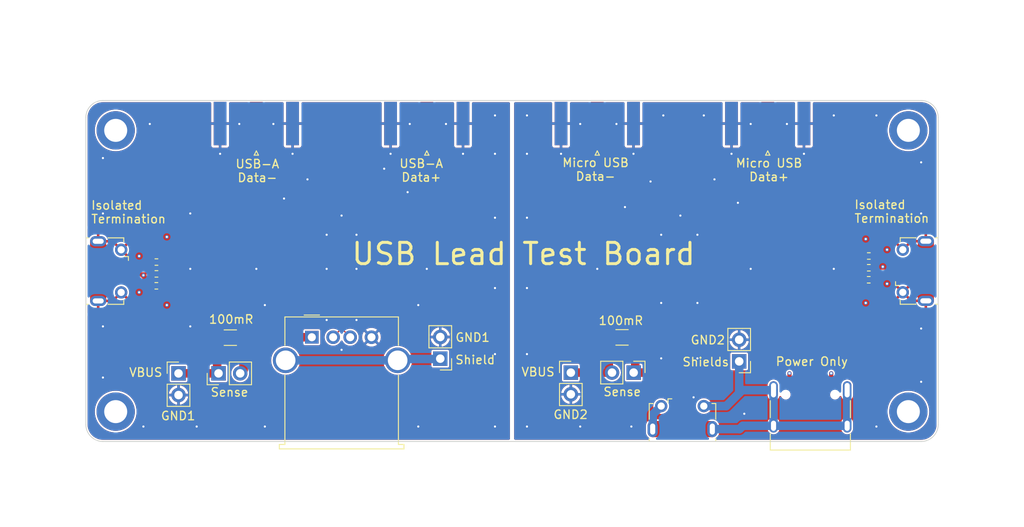
<source format=kicad_pcb>
(kicad_pcb (version 20211014) (generator pcbnew)
  (layers (0 "F.Cu" signal) (1 "In1.Cu" power) (2 "In2.Cu" power) (31 "B.Cu" signal) (34 "B.Paste" user) (35 "F.Paste" user) (36 "B.SilkS" user "B.Silkscreen") (37 "F.SilkS" user "F.Silkscreen") (38 "B.Mask" user) (39 "F.Mask" user) (44 "Edge.Cuts" user))
  (net 0 "")
  (net 1 "/VBUS_IN")
  (net 2 "/VBUS_OUT")
  (net 3 "/DIN_N")
  (net 4 "/DIN_P")
  (net 5 "/DOUT_N")
  (net 6 "/DOUT_P")
  (net 7 "/D90R_N")
  (net 8 "/D90R_P")
  (net 9 "/D90R_ID")
  (net 10 "/D0R_N")
  (net 11 "/D0R_P")
  (net 12 "/D0R_ID")
  (net 13 "Net-(J1-Pad1)")
  (net 14 "Net-(J2-Pad2)")
  (net 25 "GND2")
  (net 26 "GND1")
  (net 27 "Net-(J10-Pad1)")
  (net 28 "Net-(J11-Pad1)")
  (net 30 "/90R_GND")
  (net 31 "/0R_GND")
  (footprint "Connector_PinHeader_2.54mm:PinHeader_1x02_P2.54mm_Vertical" (layer "F.Cu") (at 105.565 122.01 90)
    (fp_text reference "J1" hide)
    (fp_text value "Conn_01x02" hide)
    (fp_line (start -1.33 1.27) (end 1.33 1.27) (layer "F.SilkS") (width 0.12))
    (fp_line (start -1.33 -1.33) (end 0 -1.33) (layer "F.SilkS") (width 0.12))
    (fp_line (start -1.33 0) (end -1.33 -1.33) (layer "F.SilkS") (width 0.12))
    (fp_line (start 1.33 1.27) (end 1.33 3.87) (layer "F.SilkS") (width 0.12))
    (fp_line (start -1.33 3.87) (end 1.33 3.87) (layer "F.SilkS") (width 0.12))
    (fp_line (start -1.33 1.27) (end -1.33 3.87) (layer "F.SilkS") (width 0.12))
    (pad "1" thru_hole rect (at 0 0 90) (size 1.7 1.7) (drill 1) (layers *.Cu *.Mask) (net 13 "Net-(J1-Pad1)"))
    (pad "2" thru_hole oval (at 0 2.54 90) (size 1.7 1.7) (drill 1) (layers *.Cu *.Mask) (net 1 "/VBUS_IN"))
  )
  (footprint "MountingHole:MountingHole_2.7mm_M2.5_ISO7380_Pad_TopBottom" (layer "F.Cu") (at 93.5 126.5)
    (fp_text reference "H2" hide)
    (fp_text value "MountingHole" hide)
    (pad "1" connect circle (at 0 0) (size 4.5 4.5) (layers "F.Cu" "F.Mask"))
    (pad "1" thru_hole circle (at 0 0) (size 3.1 3.1) (drill 2.7) (layers *.Cu *.Mask))
    (pad "1" connect circle (at 0 0) (size 4.5 4.5) (layers "B.Cu" "B.Mask"))
  )
  (footprint "Connector_PinHeader_2.54mm:PinHeader_1x02_P2.54mm_Vertical" (layer "F.Cu") (at 100.87 122.015)
    (fp_text reference "J4" hide)
    (fp_text value "Conn_01x02" hide)
    (fp_line (start 1.33 1.27) (end 1.33 3.87) (layer "F.SilkS") (width 0.12))
    (fp_line (start -1.33 1.27) (end -1.33 3.87) (layer "F.SilkS") (width 0.12))
    (fp_line (start -1.33 -1.33) (end 0 -1.33) (layer "F.SilkS") (width 0.12))
    (fp_line (start -1.33 3.87) (end 1.33 3.87) (layer "F.SilkS") (width 0.12))
    (fp_line (start -1.33 0) (end -1.33 -1.33) (layer "F.SilkS") (width 0.12))
    (fp_line (start -1.33 1.27) (end 1.33 1.27) (layer "F.SilkS") (width 0.12))
    (pad "1" thru_hole rect (at 0 0) (size 1.7 1.7) (drill 1) (layers *.Cu *.Mask) (net 13 "Net-(J1-Pad1)"))
    (pad "2" thru_hole oval (at 0 2.54) (size 1.7 1.7) (drill 1) (layers *.Cu *.Mask) (net 26 "GND1"))
  )
  (footprint "Connector_Coaxial:SMA_Amphenol_132289_EdgeMount" (layer "F.Cu") (at 170 92.7 90)
    (fp_text reference "J8" hide)
    (fp_text value "USB_D+_OUT" hide)
    (fp_line (start -3.71 -0.25) (end -3.71 0.25) (layer "F.SilkS") (width 0.12))
    (fp_line (start -3.71 0.25) (end -3.21 0) (layer "F.SilkS") (width 0.12))
    (fp_line (start -3.21 0) (end -3.71 -0.25) (layer "F.SilkS") (width 0.12))
    (pad "1" smd rect (at 0 0 180) (size 1.5 5.08) (layers "F.Cu" "F.Paste" "F.Mask") (net 6 "/DOUT_P"))
    (pad "2" smd rect (at 0 -4.25 180) (size 1.5 5.08) (layers "B.Cu" "B.Paste" "B.Mask") (net 25 "GND2"))
    (pad "2" smd rect (at 0 -4.25 180) (size 1.5 5.08) (layers "F.Cu" "F.Paste" "F.Mask") (net 25 "GND2"))
    (pad "2" smd rect (at 0 4.25 180) (size 1.5 5.08) (layers "F.Cu" "F.Paste" "F.Mask") (net 25 "GND2"))
    (pad "2" smd rect (at 0 4.25 180) (size 1.5 5.08) (layers "B.Cu" "B.Paste" "B.Mask") (net 25 "GND2"))
  )
  (footprint "Connector_USB:USB_Micro-B_Molex-105017-0001" (layer "F.Cu") (at 92.68 110.01 -90)
    (fp_text reference "J15" hide)
    (fp_text value "USB_B_Mini" hide)
    (fp_line (start -3.9 -1.7625) (end -3.45 -1.7625) (layer "F.SilkS") (width 0.12))
    (fp_line (start -3.9 0.0875) (end -3.9 -1.7625) (layer "F.SilkS") (width 0.12))
    (fp_line (start 3.9 2.6375) (end 3.9 2.3875) (layer "F.SilkS") (width 0.12))
    (fp_line (start -1.7 -2.3125) (end -1.7 -1.8625) (layer "F.SilkS") (width 0.12))
    (fp_line (start -1.7 -2.3125) (end -1.25 -2.3125) (layer "F.SilkS") (width 0.12))
    (fp_line (start 3.9 0.0875) (end 3.9 -1.7625) (layer "F.SilkS") (width 0.12))
    (fp_line (start -3.9 2.6375) (end -3.9 2.3875) (layer "F.SilkS") (width 0.12))
    (fp_line (start 3.9 -1.7625) (end 3.45 -1.7625) (layer "F.SilkS") (width 0.12))
    (pad "1" smd rect (at -1.3 -1.4625 270) (size 0.4 1.35) (layers "F.Cu" "F.Paste" "F.Mask"))
    (pad "2" smd rect (at -0.65 -1.4625 270) (size 0.4 1.35) (layers "F.Cu" "F.Paste" "F.Mask") (net 7 "/D90R_N"))
    (pad "3" smd rect (at 0 -1.4625 270) (size 0.4 1.35) (layers "F.Cu" "F.Paste" "F.Mask") (net 8 "/D90R_P"))
    (pad "4" smd rect (at 0.65 -1.4625 270) (size 0.4 1.35) (layers "F.Cu" "F.Paste" "F.Mask") (net 9 "/D90R_ID"))
    (pad "5" smd rect (at 1.3 -1.4625 270) (size 0.4 1.35) (layers "F.Cu" "F.Paste" "F.Mask") (net 30 "/90R_GND"))
    (pad "6" smd rect (at 1 1.2375 270) (size 1.5 1.9) (layers "F.Cu" "F.Paste" "F.Mask") (net 30 "/90R_GND"))
    (pad "6" smd rect (at 2.9 1.2375 270) (size 1.2 1.9) (layers "F.Cu" "F.Mask") (net 30 "/90R_GND"))
    (pad "6" thru_hole oval (at -3.5 1.2375 90) (size 1.2 1.9) (drill oval 0.6 1.3) (layers *.Cu *.Mask) (net 30 "/90R_GND"))
    (pad "6" smd rect (at -2.9 1.2375 270) (size 1.2 1.9) (layers "F.Cu" "F.Mask") (net 30 "/90R_GND"))
    (pad "6" thru_hole circle (at 2.5 -1.4625 270) (size 1.45 1.45) (drill 0.85) (layers *.Cu *.Mask) (net 30 "/90R_GND"))
    (pad "6" thru_hole circle (at -2.5 -1.4625 270) (size 1.45 1.45) (drill 0.85) (layers *.Cu *.Mask) (net 30 "/90R_GND"))
    (pad "6" thru_hole oval (at 3.5 1.2375 270) (size 1.2 1.9) (drill oval 0.6 1.3) (layers *.Cu *.Mask) (net 30 "/90R_GND"))
    (pad "6" smd rect (at -1 1.2375 270) (size 1.5 1.9) (layers "F.Cu" "F.Paste" "F.Mask") (net 30 "/90R_GND"))
  )
  (footprint "Connector_USB:USB_A_Molex_67643_Horizontal" (layer "F.Cu") (at 116.51 117.77)
    (fp_text reference "J6" hide)
    (fp_text value "USB_A" hide)
    (fp_line (start -0.9 -2.6) (end 0.9 -2.6) (layer "F.SilkS") (width 0.12))
    (fp_line (start 10.16 4.47) (end 10.16 12.58) (layer "F.SilkS") (width 0.12))
    (fp_line (start -3.16 -2.38) (end 10.16 -2.38) (layer "F.SilkS") (width 0.12))
    (fp_line (start -3.16 -2.38) (end -3.16 0.95) (layer "F.SilkS") (width 0.12))
    (fp_line (start -3.81 12.58) (end -3.81 13.1) (layer "F.SilkS") (width 0.12))
    (fp_line (start 10.81 13.1) (end 10.81 12.58) (layer "F.SilkS") (width 0.12))
    (fp_line (start -3.16 12.58) (end -3.16 4.47) (layer "F.SilkS") (width 0.12))
    (fp_line (start 10.81 12.58) (end 10.16 12.58) (layer "F.SilkS") (width 0.12))
    (fp_line (start -3.16 12.58) (end -3.81 12.58) (layer "F.SilkS") (width 0.12))
    (fp_line (start 10.16 -2.38) (end 10.16 0.95) (layer "F.SilkS") (width 0.12))
    (fp_line (start -3.81 13.1) (end 10.81 13.1) (layer "F.SilkS") (width 0.12))
    (pad "1" thru_hole rect (at 0 0) (size 1.6 1.5) (drill 0.95) (layers *.Cu *.Mask) (net 1 "/VBUS_IN"))
    (pad "2" thru_hole circle (at 2.5 0) (size 1.6 1.6) (drill 0.95) (layers *.Cu *.Mask) (net 3 "/DIN_N"))
    (pad "3" thru_hole circle (at 4.5 0) (size 1.6 1.6) (drill 0.95) (layers *.Cu *.Mask) (net 4 "/DIN_P"))
    (pad "4" thru_hole circle (at 7 0) (size 1.6 1.6) (drill 0.95) (layers *.Cu *.Mask) (net 26 "GND1"))
    (pad "5" thru_hole circle (at -3.07 2.71) (size 3 3) (drill 2.3) (layers *.Cu *.Mask) (net 27 "Net-(J10-Pad1)"))
    (pad "5" thru_hole circle (at 10.07 2.71) (size 3 3) (drill 2.3) (layers *.Cu *.Mask) (net 27 "Net-(J10-Pad1)"))
  )
  (footprint "Connector_USB:USB_C_Receptacle_HRO_TYPE-C-31-M-12" (layer "F.Cu") (at 175 127.11)
    (fp_text reference "J9" hide)
    (fp_text value "USB_C_Receptacle_USB2.0" hide)
    (fp_line (start -4.7 2) (end -4.7 3.9) (layer "F.SilkS") (width 0.12))
    (fp_line (start 4.7 2) (end 4.7 3.9) (layer "F.SilkS") (width 0.12))
    (fp_line (start -4.7 -1.9) (end -4.7 0.1) (layer "F.SilkS") (width 0.12))
    (fp_line (start -4.7 3.9) (end 4.7 3.9) (layer "F.SilkS") (width 0.12))
    (fp_line (start 4.7 -1.9) (end 4.7 0.1) (layer "F.SilkS") (width 0.12))
    (pad "" np_thru_hole circle (at 2.89 -2.6) (size 0.65 0.65) (drill 0.65) (layers *.Cu *.Mask))
    (pad "" np_thru_hole circle (at -2.89 -2.6) (size 0.65 0.65) (drill 0.65) (layers *.Cu *.Mask))
    (pad "A1" smd rect (at -3.25 -4.045) (size 0.6 1.45) (layers "F.Cu" "F.Paste" "F.Mask") (net 25 "GND2"))
    (pad "A4" smd rect (at -2.45 -4.045) (size 0.6 1.45) (layers "F.Cu" "F.Paste" "F.Mask") (net 2 "/VBUS_OUT"))
    (pad "A5" smd rect (at -1.25 -4.045) (size 0.3 1.45) (layers "F.Cu" "F.Paste" "F.Mask"))
    (pad "A6" smd rect (at -0.25 -4.045) (size 0.3 1.45) (layers "F.Cu" "F.Paste" "F.Mask"))
    (pad "A7" smd rect (at 0.25 -4.045) (size 0.3 1.45) (layers "F.Cu" "F.Paste" "F.Mask"))
    (pad "A8" smd rect (at 1.25 -4.045) (size 0.3 1.45) (layers "F.Cu" "F.Paste" "F.Mask"))
    (pad "A9" smd rect (at 2.45 -4.045) (size 0.6 1.45) (layers "F.Cu" "F.Paste" "F.Mask") (net 2 "/VBUS_OUT"))
    (pad "A12" smd rect (at 3.25 -4.045) (size 0.6 1.45) (layers "F.Cu" "F.Paste" "F.Mask") (net 25 "GND2"))
    (pad "B1" smd rect (at 3.25 -4.045) (size 0.6 1.45) (layers "F.Cu" "F.Paste" "F.Mask") (net 25 "GND2"))
    (pad "B4" smd rect (at 2.45 -4.045) (size 0.6 1.45) (layers "F.Cu" "F.Paste" "F.Mask") (net 2 "/VBUS_OUT"))
    (pad "B5" smd rect (at 1.75 -4.045) (size 0.3 1.45) (layers "F.Cu" "F.Paste" "F.Mask"))
    (pad "B6" smd rect (at 0.75 -4.045) (size 0.3 1.45) (layers "F.Cu" "F.Paste" "F.Mask"))
    (pad "B7" smd rect (at -0.75 -4.045) (size 0.3 1.45) (layers "F.Cu" "F.Paste" "F.Mask"))
    (pad "B8" smd rect (at -1.75 -4.045) (size 0.3 1.45) (layers "F.Cu" "F.Paste" "F.Mask"))
    (pad "B9" smd rect (at -2.45 -4.045) (size 0.6 1.45) (layers "F.Cu" "F.Paste" "F.Mask") (net 2 "/VBUS_OUT"))
    (pad "B12" smd rect (at -3.25 -4.045) (size 0.6 1.45) (layers "F.Cu" "F.Paste" "F.Mask") (net 25 "GND2"))
    (pad "S1" thru_hole oval (at 4.32 -3.13) (size 1 2.1) (drill oval 0.6 1.7) (layers *.Cu *.Mask) (net 28 "Net-(J11-Pad1)"))
    (pad "S1" thru_hole oval (at -4.32 1.05) (size 1 1.6) (drill oval 0.6 1.2) (layers *.Cu *.Mask) (net 28 "Net-(J11-Pad1)"))
    (pad "S1" thru_hole oval (at 4.32 1.05) (size 1 1.6) (drill oval 0.6 1.2) (layers *.Cu *.Mask) (net 28 "Net-(J11-Pad1)"))
    (pad "S1" thru_hole oval (at -4.32 -3.13) (size 1 2.1) (drill oval 0.6 1.7) (layers *.Cu *.Mask) (net 28 "Net-(J11-Pad1)"))
  )
  (footprint "Resistor_SMD:R_0402_1005Metric_Pad0.72x0.64mm_HandSolder" (layer "F.Cu") (at 98.28 110.34)
    (fp_text reference "R3" hide)
    (fp_text value "90R" hide)
    (fp_line (start -0.167621 0.38) (end 0.167621 0.38) (layer "F.SilkS") (width 0.12))
    (fp_line (start -0.167621 -0.38) (end 0.167621 -0.38) (layer "F.SilkS") (width 0.12))
    (pad "1" smd roundrect (at -0.5975 0) (size 0.715 0.64) (layers "F.Cu" "F.Paste" "F.Mask") (net 8 "/D90R_P"))
    (pad "2" smd roundrect (at 0.5975 0) (size 0.715 0.64) (layers "F.Cu" "F.Paste" "F.Mask") (net 30 "/90R_GND"))
  )
  (footprint "Resistor_SMD:R_0402_1005Metric_Pad0.72x0.64mm_HandSolder" (layer "F.Cu") (at 181.85 111.03 180)
    (fp_text reference "R7" hide)
    (fp_text value "0R" hide)
    (fp_line (start -0.167621 -0.38) (end 0.167621 -0.38) (layer "F.SilkS") (width 0.12))
    (fp_line (start -0.167621 0.38) (end 0.167621 0.38) (layer "F.SilkS") (width 0.12))
    (pad "1" smd roundrect (at -0.5975 0 180) (size 0.715 0.64) (layers "F.Cu" "F.Paste" "F.Mask") (net 10 "/D0R_N"))
    (pad "2" smd roundrect (at 0.5975 0 180) (size 0.715 0.64) (layers "F.Cu" "F.Paste" "F.Mask") (net 31 "/0R_GND"))
  )
  (footprint "Connector_USB:USB_Micro-B_Molex-105017-0001" (layer "F.Cu") (at 160 127.31)
    (fp_text reference "J7" hide)
    (fp_text value "USB_B_Mini" hide)
    (fp_line (start -1.7 -2.3125) (end -1.7 -1.8625) (layer "F.SilkS") (width 0.12))
    (fp_line (start -1.7 -2.3125) (end -1.25 -2.3125) (layer "F.SilkS") (width 0.12))
    (fp_line (start -3.9 2.6375) (end -3.9 2.3875) (layer "F.SilkS") (width 0.12))
    (fp_line (start 3.9 0.0875) (end 3.9 -1.7625) (layer "F.SilkS") (width 0.12))
    (fp_line (start -3.9 0.0875) (end -3.9 -1.7625) (layer "F.SilkS") (width 0.12))
    (fp_line (start 3.9 -1.7625) (end 3.45 -1.7625) (layer "F.SilkS") (width 0.12))
    (fp_line (start 3.9 2.6375) (end 3.9 2.3875) (layer "F.SilkS") (width 0.12))
    (fp_line (start -3.9 -1.7625) (end -3.45 -1.7625) (layer "F.SilkS") (width 0.12))
    (pad "1" smd rect (at -1.3 -1.4625) (size 0.4 1.35) (layers "F.Cu" "F.Paste" "F.Mask") (net 2 "/VBUS_OUT"))
    (pad "2" smd rect (at -0.65 -1.4625) (size 0.4 1.35) (layers "F.Cu" "F.Paste" "F.Mask") (net 5 "/DOUT_N"))
    (pad "3" smd rect (at 0 -1.4625) (size 0.4 1.35) (layers "F.Cu" "F.Paste" "F.Mask") (net 6 "/DOUT_P"))
    (pad "4" smd rect (at 0.65 -1.4625) (size 0.4 1.35) (layers "F.Cu" "F.Paste" "F.Mask"))
    (pad "5" smd rect (at 1.3 -1.4625) (size 0.4 1.35) (layers "F.Cu" "F.Paste" "F.Mask") (net 25 "GND2"))
    (pad "6" thru_hole circle (at -2.5 -1.4625) (size 1.45 1.45) (drill 0.85) (layers *.Cu *.Mask) (net 28 "Net-(J11-Pad1)"))
    (pad "6" thru_hole circle (at 2.5 -1.4625) (size 1.45 1.45) (drill 0.85) (layers *.Cu *.Mask) (net 28 "Net-(J11-Pad1)"))
    (pad "6" smd rect (at -1 1.2375) (size 1.5 1.9) (layers "F.Cu" "F.Paste" "F.Mask") (net 28 "Net-(J11-Pad1)"))
    (pad "6" thru_hole oval (at 3.5 1.2375) (size 1.2 1.9) (drill oval 0.6 1.3) (layers *.Cu *.Mask) (net 28 "Net-(J11-Pad1)"))
    (pad "6" thru_hole oval (at -3.5 1.2375 180) (size 1.2 1.9) (drill oval 0.6 1.3) (layers *.Cu *.Mask) (net 28 "Net-(J11-Pad1)"))
    (pad "6" smd rect (at 2.9 1.2375) (size 1.2 1.9) (layers "F.Cu" "F.Mask") (net 28 "Net-(J11-Pad1)"))
    (pad "6" smd rect (at -2.9 1.2375) (size 1.2 1.9) (layers "F.Cu" "F.Mask") (net 28 "Net-(J11-Pad1)"))
    (pad "6" smd rect (at 1 1.2375) (size 1.5 1.9) (layers "F.Cu" "F.Paste" "F.Mask") (net 28 "Net-(J11-Pad1)"))
  )
  (footprint "Connector_PinHeader_2.54mm:PinHeader_1x02_P2.54mm_Vertical" (layer "F.Cu") (at 146.9 121.925)
    (fp_text reference "J3" hide)
    (fp_text value "Conn_01x02" hide)
    (fp_line (start -1.33 1.27) (end 1.33 1.27) (layer "F.SilkS") (width 0.12))
    (fp_line (start -1.33 0) (end -1.33 -1.33) (layer "F.SilkS") (width 0.12))
    (fp_line (start -1.33 1.27) (end -1.33 3.87) (layer "F.SilkS") (width 0.12))
    (fp_line (start -1.33 3.87) (end 1.33 3.87) (layer "F.SilkS") (width 0.12))
    (fp_line (start 1.33 1.27) (end 1.33 3.87) (layer "F.SilkS") (width 0.12))
    (fp_line (start -1.33 -1.33) (end 0 -1.33) (layer "F.SilkS") (width 0.12))
    (pad "1" thru_hole rect (at 0 0) (size 1.7 1.7) (drill 1) (layers *.Cu *.Mask) (net 14 "Net-(J2-Pad2)"))
    (pad "2" thru_hole oval (at 0 2.54) (size 1.7 1.7) (drill 1) (layers *.Cu *.Mask) (net 25 "GND2"))
  )
  (footprint "MountingHole:MountingHole_2.7mm_M2.5_ISO7380_Pad_TopBottom" (layer "F.Cu") (at 186.5 126.5)
    (fp_text reference "H4" hide)
    (fp_text value "MountingHole" hide)
    (pad "1" connect circle (at 0 0) (size 4.5 4.5) (layers "F.Cu" "F.Mask"))
    (pad "1" connect circle (at 0 0) (size 4.5 4.5) (layers "B.Cu" "B.Mask"))
    (pad "1" thru_hole circle (at 0 0) (size 3.1 3.1) (drill 2.7) (layers *.Cu *.Mask))
  )
  (footprint "Resistor_SMD:R_1206_3216Metric_Pad1.30x1.75mm_HandSolder" (layer "F.Cu") (at 152.905 117.79)
    (fp_text reference "R2" hide)
    (fp_text value "0.1R" hide)
    (fp_line (start -0.727064 -0.91) (end 0.727064 -0.91) (layer "F.SilkS") (width 0.12))
    (fp_line (start -0.727064 0.91) (end 0.727064 0.91) (layer "F.SilkS") (width 0.12))
    (pad "1" smd roundrect (at -1.55 0) (size 1.3 1.75) (layers "F.Cu" "F.Paste" "F.Mask") (roundrect_rratio 0.1923076923) (net 14 "Net-(J2-Pad2)"))
    (pad "2" smd roundrect (at 1.55 0) (size 1.3 1.75) (layers "F.Cu" "F.Paste" "F.Mask") (roundrect_rratio 0.1923076923) (net 2 "/VBUS_OUT"))
  )
  (footprint "Resistor_SMD:R_1206_3216Metric_Pad1.30x1.75mm_HandSolder" (layer "F.Cu") (at 106.95 117.82)
    (fp_text reference "R1" hide)
    (fp_text value "0.1R" hide)
    (fp_line (start -0.727064 -0.91) (end 0.727064 -0.91) (layer "F.SilkS") (width 0.12))
    (fp_line (start -0.727064 0.91) (end 0.727064 0.91) (layer "F.SilkS") (width 0.12))
    (pad "1" smd roundrect (at -1.55 0) (size 1.3 1.75) (layers "F.Cu" "F.Paste" "F.Mask") (roundrect_rratio 0.1923076923) (net 13 "Net-(J1-Pad1)"))
    (pad "2" smd roundrect (at 1.55 0) (size 1.3 1.75) (layers "F.Cu" "F.Paste" "F.Mask") (roundrect_rratio 0.1923076923) (net 1 "/VBUS_IN"))
  )
  (footprint "Connector_Coaxial:SMA_Amphenol_132289_EdgeMount" (layer "F.Cu") (at 130 92.7 90)
    (fp_text reference "J5" hide)
    (fp_text value "USB_D+_IN" hide)
    (fp_line (start -3.21 0) (end -3.71 -0.25) (layer "F.SilkS") (width 0.12))
    (fp_line (start -3.71 -0.25) (end -3.71 0.25) (layer "F.SilkS") (width 0.12))
    (fp_line (start -3.71 0.25) (end -3.21 0) (layer "F.SilkS") (width 0.12))
    (pad "1" smd rect (at 0 0 180) (size 1.5 5.08) (layers "F.Cu" "F.Paste" "F.Mask") (net 4 "/DIN_P"))
    (pad "2" smd rect (at 0 4.25 180) (size 1.5 5.08) (layers "B.Cu" "B.Paste" "B.Mask") (net 26 "GND1"))
    (pad "2" smd rect (at 0 -4.25 180) (size 1.5 5.08) (layers "B.Cu" "B.Paste" "B.Mask") (net 26 "GND1"))
    (pad "2" smd rect (at 0 -4.25 180) (size 1.5 5.08) (layers "F.Cu" "F.Paste" "F.Mask") (net 26 "GND1"))
    (pad "2" smd rect (at 0 4.25 180) (size 1.5 5.08) (layers "F.Cu" "F.Paste" "F.Mask") (net 26 "GND1"))
  )
  (footprint "Connector_Coaxial:SMA_Amphenol_132289_EdgeMount" (layer "F.Cu") (at 110 92.7 90)
    (fp_text reference "J13" hide)
    (fp_text value "USB_D-_IN" hide)
    (fp_line (start -3.71 -0.25) (end -3.71 0.25) (layer "F.SilkS") (width 0.12))
    (fp_line (start -3.21 0) (end -3.71 -0.25) (layer "F.SilkS") (width 0.12))
    (fp_line (start -3.71 0.25) (end -3.21 0) (layer "F.SilkS") (width 0.12))
    (pad "1" smd rect (at 0 0 180) (size 1.5 5.08) (layers "F.Cu" "F.Paste" "F.Mask") (net 3 "/DIN_N"))
    (pad "2" smd rect (at 0 -4.25 180) (size 1.5 5.08) (layers "F.Cu" "F.Paste" "F.Mask") (net 26 "GND1"))
    (pad "2" smd rect (at 0 -4.25 180) (size 1.5 5.08) (layers "B.Cu" "B.Paste" "B.Mask") (net 26 "GND1"))
    (pad "2" smd rect (at 0 4.25 180) (size 1.5 5.08) (layers "F.Cu" "F.Paste" "F.Mask") (net 26 "GND1"))
    (pad "2" smd rect (at 0 4.25 180) (size 1.5 5.08) (layers "B.Cu" "B.Paste" "B.Mask") (net 26 "GND1"))
  )
  (footprint "Resistor_SMD:R_0402_1005Metric_Pad0.72x0.64mm_HandSolder" (layer "F.Cu") (at 181.86 108.24 180)
    (fp_text reference "R8" hide)
    (fp_text value "NF" hide)
    (fp_line (start -0.167621 0.38) (end 0.167621 0.38) (layer "F.SilkS") (width 0.12))
    (fp_line (start -0.167621 -0.38) (end 0.167621 -0.38) (layer "F.SilkS") (width 0.12))
    (pad "1" smd roundrect (at -0.5975 0 180) (size 0.715 0.64) (layers "F.Cu" "F.Paste" "F.Mask") (net 12 "/D0R_ID"))
    (pad "2" smd roundrect (at 0.5975 0 180) (size 0.715 0.64) (layers "F.Cu" "F.Paste" "F.Mask") (net 31 "/0R_GND"))
  )
  (footprint "Connector_PinHeader_2.54mm:PinHeader_1x02_P2.54mm_Vertical" (layer "F.Cu") (at 166.65 120.605 180)
    (fp_text reference "J11" hide)
    (fp_text value "Conn_01x02" hide)
    (fp_line (start -1.33 0) (end -1.33 -1.33) (layer "F.SilkS") (width 0.12))
    (fp_line (start -1.33 3.87) (end 1.33 3.87) (layer "F.SilkS") (width 0.12))
    (fp_line (start -1.33 -1.33) (end 0 -1.33) (layer "F.SilkS") (width 0.12))
    (fp_line (start -1.33 1.27) (end 1.33 1.27) (layer "F.SilkS") (width 0.12))
    (fp_line (start 1.33 1.27) (end 1.33 3.87) (layer "F.SilkS") (width 0.12))
    (fp_line (start -1.33 1.27) (end -1.33 3.87) (layer "F.SilkS") (width 0.12))
    (pad "1" thru_hole rect (at 0 0 180) (size 1.7 1.7) (drill 1) (layers *.Cu *.Mask) (net 28 "Net-(J11-Pad1)"))
    (pad "2" thru_hole oval (at 0 2.54 180) (size 1.7 1.7) (drill 1) (layers *.Cu *.Mask) (net 25 "GND2"))
  )
  (footprint "MountingHole:MountingHole_2.7mm_M2.5_ISO7380_Pad_TopBottom" (layer "F.Cu") (at 93.5 93.5)
    (fp_text reference "H1" hide)
    (fp_text value "MountingHole" hide)
    (pad "1" connect circle (at 0 0) (size 4.5 4.5) (layers "F.Cu" "F.Mask"))
    (pad "1" connect circle (at 0 0) (size 4.5 4.5) (layers "B.Cu" "B.Mask"))
    (pad "1" thru_hole circle (at 0 0) (size 3.1 3.1) (drill 2.7) (layers *.Cu *.Mask))
  )
  (footprint "Connector_PinHeader_2.54mm:PinHeader_1x02_P2.54mm_Vertical" (layer "F.Cu") (at 131.58 120.285 180)
    (fp_text reference "J10" hide)
    (fp_text value "Conn_01x02" hide)
    (fp_line (start 1.33 1.27) (end 1.33 3.87) (layer "F.SilkS") (width 0.12))
    (fp_line (start -1.33 1.27) (end -1.33 3.87) (layer "F.SilkS") (width 0.12))
    (fp_line (start -1.33 0) (end -1.33 -1.33) (layer "F.SilkS") (width 0.12))
    (fp_line (start -1.33 3.87) (end 1.33 3.87) (layer "F.SilkS") (width 0.12))
    (fp_line (start -1.33 1.27) (end 1.33 1.27) (layer "F.SilkS") (width 0.12))
    (fp_line (start -1.33 -1.33) (end 0 -1.33) (layer "F.SilkS") (width 0.12))
    (pad "1" thru_hole rect (at 0 0 180) (size 1.7 1.7) (drill 1) (layers *.Cu *.Mask) (net 27 "Net-(J10-Pad1)"))
    (pad "2" thru_hole oval (at 0 2.54 180) (size 1.7 1.7) (drill 1) (layers *.Cu *.Mask) (net 26 "GND1"))
  )
  (footprint "Resistor_SMD:R_0402_1005Metric_Pad0.72x0.64mm_HandSolder" (layer "F.Cu") (at 98.28 108.95)
    (fp_text reference "R4" hide)
    (fp_text value "90R" hide)
    (fp_line (start -0.167621 0.38) (end 0.167621 0.38) (layer "F.SilkS") (width 0.12))
    (fp_line (start -0.167621 -0.38) (end 0.167621 -0.38) (layer "F.SilkS") (width 0.12))
    (pad "1" smd roundrect (at -0.5975 0) (size 0.715 0.64) (layers "F.Cu" "F.Paste" "F.Mask") (net 7 "/D90R_N"))
    (pad "2" smd roundrect (at 0.5975 0) (size 0.715 0.64) (layers "F.Cu" "F.Paste" "F.Mask") (net 30 "/90R_GND"))
  )
  (footprint "Connector_Coaxial:SMA_Amphenol_132289_EdgeMount" (layer "F.Cu") (at 150 92.7 90)
    (fp_text reference "J12" hide)
    (fp_text value "USB_D-_OUT" hide)
    (fp_line (start -3.21 0) (end -3.71 -0.25) (layer "F.SilkS") (width 0.12))
    (fp_line (start -3.71 -0.25) (end -3.71 0.25) (layer "F.SilkS") (width 0.12))
    (fp_line (start -3.71 0.25) (end -3.21 0) (layer "F.SilkS") (width 0.12))
    (pad "1" smd rect (at 0 0 180) (size 1.5 5.08) (layers "F.Cu" "F.Paste" "F.Mask") (net 5 "/DOUT_N"))
    (pad "2" smd rect (at 0 -4.25 180) (size 1.5 5.08) (layers "F.Cu" "F.Paste" "F.Mask") (net 25 "GND2"))
    (pad "2" smd rect (at 0 -4.25 180) (size 1.5 5.08) (layers "B.Cu" "B.Paste" "B.Mask") (net 25 "GND2"))
    (pad "2" smd rect (at 0 4.25 180) (size 1.5 5.08) (layers "F.Cu" "F.Paste" "F.Mask") (net 25 "GND2"))
    (pad "2" smd rect (at 0 4.25 180) (size 1.5 5.08) (layers "B.Cu" "B.Paste" "B.Mask") (net 25 "GND2"))
  )
  (footprint "MountingHole:MountingHole_2.7mm_M2.5_ISO7380_Pad_TopBottom" (layer "F.Cu") (at 186.5 93.5)
    (fp_text reference "H3" hide)
    (fp_text value "MountingHole" hide)
    (pad "1" connect circle (at 0 0) (size 4.5 4.5) (layers "F.Cu" "F.Mask"))
    (pad "1" connect circle (at 0 0) (size 4.5 4.5) (layers "B.Cu" "B.Mask"))
    (pad "1" thru_hole circle (at 0 0) (size 3.1 3.1) (drill 2.7) (layers *.Cu *.Mask))
  )
  (footprint "Connector_PinHeader_2.54mm:PinHeader_1x02_P2.54mm_Vertical" (layer "F.Cu") (at 154.27 121.92 -90)
    (fp_text reference "J2" hide)
    (fp_text value "Conn_01x02" hide)
    (fp_line (start -1.33 0) (end -1.33 -1.33) (layer "F.SilkS") (width 0.12))
    (fp_line (start -1.33 1.27) (end 1.33 1.27) (layer "F.SilkS") (width 0.12))
    (fp_line (start -1.33 -1.33) (end 0 -1.33) (layer "F.SilkS") (width 0.12))
    (fp_line (start -1.33 1.27) (end -1.33 3.87) (layer "F.SilkS") (width 0.12))
    (fp_line (start -1.33 3.87) (end 1.33 3.87) (layer "F.SilkS") (width 0.12))
    (fp_line (start 1.33 1.27) (end 1.33 3.87) (layer "F.SilkS") (width 0.12))
    (pad "1" thru_hole rect (at 0 0 270) (size 1.7 1.7) (drill 1) (layers *.Cu *.Mask) (net 2 "/VBUS_OUT"))
    (pad "2" thru_hole oval (at 0 2.54 270) (size 1.7 1.7) (drill 1) (layers *.Cu *.Mask) (net 14 "Net-(J2-Pad2)"))
  )
  (footprint "Resistor_SMD:R_0402_1005Metric_Pad0.72x0.64mm_HandSolder" (layer "F.Cu") (at 98.27 111.74)
    (fp_text reference "R5" hide)
    (fp_text value "NF" hide)
    (fp_line (start -0.167621 0.38) (end 0.167621 0.38) (layer "F.SilkS") (width 0.12))
    (fp_line (start -0.167621 -0.38) (end 0.167621 -0.38) (layer "F.SilkS") (width 0.12))
    (pad "1" smd roundrect (at -0.5975 0) (size 0.715 0.64) (layers "F.Cu" "F.Paste" "F.Mask") (net 9 "/D90R_ID"))
    (pad "2" smd roundrect (at 0.5975 0) (size 0.715 0.64) (layers "F.Cu" "F.Paste" "F.Mask") (net 30 "/90R_GND"))
  )
  (footprint "Resistor_SMD:R_0402_1005Metric_Pad0.72x0.64mm_HandSolder" (layer "F.Cu") (at 181.86 109.62 180)
    (fp_text reference "R6" hide)
    (fp_text value "0R" hide)
    (fp_line (start -0.167621 -0.38) (end 0.167621 -0.38) (layer "F.SilkS") (width 0.12))
    (fp_line (start -0.167621 0.38) (end 0.167621 0.38) (layer "F.SilkS") (width 0.12))
    (pad "1" smd roundrect (at -0.5975 0 180) (size 0.715 0.64) (layers "F.Cu" "F.Paste" "F.Mask") (net 11 "/D0R_P"))
    (pad "2" smd roundrect (at 0.5975 0 180) (size 0.715 0.64) (layers "F.Cu" "F.Paste" "F.Mask") (net 31 "/0R_GND"))
  )
  (footprint "Connector_USB:USB_Micro-B_Molex-105017-0001" (layer "F.Cu") (at 187.31 110 90)
    (fp_text reference "J16" hide)
    (fp_text value "USB_B_Mini" hide)
    (fp_line (start -3.9 2.6375) (end -3.9 2.3875) (layer "F.SilkS") (width 0.12))
    (fp_line (start 3.9 0.0875) (end 3.9 -1.7625) (layer "F.SilkS") (width 0.12))
    (fp_line (start 3.9 2.6375) (end 3.9 2.3875) (layer "F.SilkS") (width 0.12))
    (fp_line (start -3.9 0.0875) (end -3.9 -1.7625) (layer "F.SilkS") (width 0.12))
    (fp_line (start -1.7 -2.3125) (end -1.7 -1.8625) (layer "F.SilkS") (width 0.12))
    (fp_line (start -1.7 -2.3125) (end -1.25 -2.3125) (layer "F.SilkS") (width 0.12))
    (fp_line (start -3.9 -1.7625) (end -3.45 -1.7625) (layer "F.SilkS") (width 0.12))
    (fp_line (start 3.9 -1.7625) (end 3.45 -1.7625) (layer "F.SilkS") (width 0.12))
    (pad "1" smd rect (at -1.3 -1.4625 90) (size 0.4 1.35) (layers "F.Cu" "F.Paste" "F.Mask"))
    (pad "2" smd rect (at -0.65 -1.4625 90) (size 0.4 1.35) (layers "F.Cu" "F.Paste" "F.Mask") (net 10 "/D0R_N"))
    (pad "3" smd rect (at 0 -1.4625 90) (size 0.4 1.35) (layers "F.Cu" "F.Paste" "F.Mask") (net 11 "/D0R_P"))
    (pad "4" smd rect (at 0.65 -1.4625 90) (size 0.4 1.35) (layers "F.Cu" "F.Paste" "F.Mask") (net 12 "/D0R_ID"))
    (pad "5" smd rect (at 1.3 -1.4625 90) (size 0.4 1.35) (layers "F.Cu" "F.Paste" "F.Mask") (net 31 "/0R_GND"))
    (pad "6" thru_hole circle (at 2.5 -1.4625 90) (size 1.45 1.45) (drill 0.85) (layers *.Cu *.Mask) (net 31 "/0R_GND"))
    (pad "6" smd rect (at 1 1.2375 90) (size 1.5 1.9) (layers "F.Cu" "F.Paste" "F.Mask") (net 31 "/0R_GND"))
    (pad "6" thru_hole circle (at -2.5 -1.4625 90) (size 1.45 1.45) (drill 0.85) (layers *.Cu *.Mask) (net 31 "/0R_GND"))
    (pad "6" smd rect (at -2.9 1.2375 90) (size 1.2 1.9) (layers "F.Cu" "F.Mask") (net 31 "/0R_GND"))
    (pad "6" smd rect (at -1 1.2375 90) (size 1.5 1.9) (layers "F.Cu" "F.Paste" "F.Mask") (net 31 "/0R_GND"))
    (pad "6" smd rect (at 2.9 1.2375 90) (size 1.2 1.9) (layers "F.Cu" "F.Mask") (net 31 "/0R_GND"))
    (pad "6" thru_hole oval (at -3.5 1.2375 270) (size 1.2 1.9) (drill oval 0.6 1.3) (layers *.Cu *.Mask) (net 31 "/0R_GND"))
    (pad "6" thru_hole oval (at 3.5 1.2375 90) (size 1.2 1.9) (drill oval 0.6 1.3) (layers *.Cu *.Mask) (net 31 "/0R_GND"))
  )
  (gr_line (start 190 128) (end 190 92) (layer "Edge.Cuts") (width 0.1))
  (gr_arc (start 92 130) (mid 90.585786 129.414214) (end 90 128) (layer "Edge.Cuts") (width 0.1))
  (gr_arc (start 190 128) (mid 189.414214 129.414214) (end 188 130) (layer "Edge.Cuts") (width 0.1))
  (gr_arc (start 90 92) (mid 90.585786 90.585786) (end 92 90) (layer "Edge.Cuts") (width 0.1))
  (gr_line (start 92 130) (end 188 130) (layer "Edge.Cuts") (width 0.1))
  (gr_arc (start 188 90) (mid 189.414214 90.585786) (end 190 92) (layer "Edge.Cuts") (width 0.1))
  (gr_line (start 90 92) (end 90 128) (layer "Edge.Cuts") (width 0.1))
  (gr_line (start 188 90) (end 92 90) (layer "Edge.Cuts") (width 0.1))
  (gr_text "USB Lead Test Board" (at 121 108) (layer "F.SilkS") (effects (font (size 2.5 2.5) (thickness 0.35)) (justify left)))
  (gr_text "GND2" (at 162.975 118.1) (layer "F.SilkS") (effects (font (size 1 1))))
  (gr_text "100mR" (at 107.05 115.675) (layer "F.SilkS") (effects (font (size 1 1))))
  (gr_text "VBUS" (at 97.025 121.9) (layer "F.SilkS") (effects (font (size 1 1))))
  (gr_text "100mR" (at 152.775 115.825) (layer "F.SilkS") (effects (font (size 1 1))))
  (gr_text "Sense" (at 152.925 124.175) (layer "F.SilkS") (effects (font (size 1 1))))
  (gr_text "Shields" (at 162.725 120.675) (layer "F.SilkS") (effects (font (size 1 1))))
  (gr_text "Sense" (at 106.85 124.225) (layer "F.SilkS") (effects (font (size 1 1))))
  (gr_text "Micro USB\nData+" (at 170.15 98.15) (layer "F.SilkS") (effects (font (size 1 1))))
  (gr_text "USB-A\nData-" (at 110.125 98.25) (layer "F.SilkS") (effects (font (size 1 1))))
  (gr_text "GND2" (at 146.875 126.85) (layer "F.SilkS") (effects (font (size 1 1))))
  (gr_text "VBUS" (at 143.05 121.85) (layer "F.SilkS") (effects (font (size 1 1))))
  (gr_text "Micro USB\nData-" (at 149.8 98.1) (layer "F.SilkS") (effects (font (size 1 1))))
  (gr_text "Isolated\nTermination" (at 180.1 103.025) (layer "F.SilkS") (effects (font (size 1 1)) (justify left)))
  (gr_text "Isolated\nTermination" (at 90.55 103.1) (layer "F.SilkS") (effects (font (size 1 1)) (justify left)))
  (gr_text "GND1" (at 135.375 117.8) (layer "F.SilkS") (effects (font (size 1 1))))
  (gr_text "GND1" (at 100.825 127) (layer "F.SilkS") (effects (font (size 1 1))))
  (gr_text "Shield" (at 135.675 120.425) (layer "F.SilkS") (effects (font (size 1 1))))
  (gr_text "USB-A\nData+" (at 129.35 98.2) (layer "F.SilkS") (effects (font (size 1 1))))
  (gr_text "Power Only" (at 175.175 120.625) (layer "F.SilkS") (effects (font (size 1 1))))
  (segment (start 116.51 117.77) (end 108.55 117.77) (width 1) (layer "F.Cu") (net 1))
  (segment (start 108.5 121.615) (end 108.105 122.01) (width 1) (layer "F.Cu") (net 1))
  (segment (start 108.5 117.82) (end 108.5 121.615) (width 1) (layer "F.Cu") (net 1))
  (segment (start 108.55 117.77) (end 108.5 117.82) (width 1) (layer "F.Cu") (net 1))
  (segment (start 154.455 121.735) (end 154.27 121.92) (width 1) (layer "F.Cu") (net 2))
  (segment (start 177.45 122) (end 177.45 123.065) (width 0.5) (layer "F.Cu") (net 2))
  (segment (start 172.55 122) (end 172.55 123.065) (width 0.5) (layer "F.Cu") (net 2))
  (segment (start 154.455 117.79) (end 154.455 121.735) (width 1) (layer "F.Cu") (net 2))
  (segment (start 156.31 121.92) (end 158.62 124.23) (width 1) (layer "F.Cu") (net 2))
  (segment (start 154.27 121.92) (end 156.31 121.92) (width 1) (layer "F.Cu") (net 2))
  (segment (start 158.7 125.8475) (end 158.7 124.3) (width 0.4) (layer "F.Cu") (net 2))
  (via (at 172.55 122) (size 0.45) (drill 0.25) (layers "F.Cu" "B.Cu") (net 2))
  (via (at 177.45 122) (size 0.45) (drill 0.25) (layers "F.Cu" "B.Cu") (net 2))
  (segment (start 110 92.5) (end 110 94.28) (width 0.15) (layer "F.Cu") (net 3))
  (segment (start 114.4375 100.504326) (end 114.47835 100.545176) (width 0.15) (layer "F.Cu") (net 3))
  (segment (start 119.8 116.94) (end 119 117.74) (width 0.15) (layer "F.Cu") (net 3))
  (segment (start 110 92.7) (end 110 95.3) (width 0.15) (layer "F.Cu") (net 3))
  (segment (start 114.437499 100.120913) (end 114.4375 100.120913) (width 0.15) (layer "F.Cu") (net 3))
  (segment (start 110 95.3) (end 114.4375 99.7375) (width 0.15) (layer "F.Cu") (net 3))
  (segment (start 114.861763 100.545177) (end 114.861764 100.545176) (width 0.15) (layer "F.Cu") (net 3))
  (segment (start 115.245177 100.545176) (end 119.8 105.1) (width 0.15) (layer "F.Cu") (net 3))
  (segment (start 114.4375 100.504325) (end 114.4375 100.504326) (width 0.15) (layer "F.Cu") (net 3))
  (segment (start 115.245176 100.545176) (end 115.245177 100.545176) (width 0.15) (layer "F.Cu") (net 3))
  (segment (start 119.8 105.1) (end 119.8 116.94) (width 0.15) (layer "F.Cu") (net 3))
  (arc (start 114.4375 100.120913) (mid 114.358093 100.312619) (end 114.4375 100.504325) (width 0.15) (layer "F.Cu") (net 3))
  (arc (start 114.4375 99.7375) (mid 114.516907 99.929207) (end 114.437499 100.120913) (width 0.15) (layer "F.Cu") (net 3))
  (arc (start 114.47835 100.545176) (mid 114.670056 100.624584) (end 114.861763 100.545177) (width 0.15) (layer "F.Cu") (net 3))
  (arc (start 114.861764 100.545176) (mid 115.05347 100.465769) (end 115.245176 100.545176) (width 0.15) (layer "F.Cu") (net 3))
  (segment (start 125.74232 99.607683) (end 125.742321 99.607681) (width 0.15) (layer "F.Cu") (net 4))
  (segment (start 130 92.7) (end 130 95.35) (width 0.15) (layer "F.Cu") (net 4))
  (segment (start 126.550001 99.566831) (end 126.55 99.566832) (width 0.15) (layer "F.Cu") (net 4))
  (segment (start 126.55 99.566832) (end 126.509151 99.607682) (width 0.15) (layer "F.Cu") (net 4))
  (segment (start 125.742321 99.607681) (end 120.2 105.15) (width 0.15) (layer "F.Cu") (net 4))
  (segment (start 120.2 116.94) (end 121 117.74) (width 0.15) (layer "F.Cu") (net 4))
  (segment (start 120.2 105.15) (end 120.2 116.94) (width 0.15) (layer "F.Cu") (net 4))
  (segment (start 130 95.35) (end 126.55 98.8) (width 0.15) (layer "F.Cu") (net 4))
  (segment (start 130 92.5) (end 130 94.31) (width 0.15) (layer "F.Cu") (net 4))
  (arc (start 126.55 99.183416) (mid 126.629407 99.375124) (end 126.550001 99.566831) (width 0.15) (layer "F.Cu") (net 4))
  (arc (start 126.509151 99.607682) (mid 126.317443 99.68709) (end 126.125735 99.607682) (width 0.15) (layer "F.Cu") (net 4))
  (arc (start 126.55 98.8) (mid 126.470592 98.991708) (end 126.55 99.183416) (width 0.15) (layer "F.Cu") (net 4))
  (arc (start 126.125735 99.607682) (mid 125.934028 99.528274) (end 125.74232 99.607683) (width 0.15) (layer "F.Cu") (net 4))
  (segment (start 154.775995 101.096797) (end 154.811763 101.061028) (width 0.15) (layer "F.Cu") (net 5))
  (segment (start 154.35173 101.096797) (end 154.351731 101.096797) (width 0.15) (layer "F.Cu") (net 5))
  (segment (start 155.236028 101.061028) (end 159.475 105.3) (width 0.15) (layer "F.Cu") (net 5))
  (segment (start 159.475 105.3) (end 159.475 124.699999) (width 0.15) (layer "F.Cu") (net 5))
  (segment (start 159.35 124.824999) (end 159.35 125.8375) (width 0.15) (layer "F.Cu") (net 5))
  (segment (start 155.236028 101.061027) (end 155.236028 101.061028) (width 0.15) (layer "F.Cu") (net 5))
  (segment (start 154.3875 100.636764) (end 154.351731 100.672532) (width 0.15) (layer "F.Cu") (net 5))
  (segment (start 154.775996 101.096796) (end 154.775995 101.096797) (width 0.15) (layer "F.Cu") (net 5))
  (segment (start 150 92.7) (end 150 95.825) (width 0.15) (layer "F.Cu") (net 5))
  (segment (start 150 95.825) (end 154.3875 100.2125) (width 0.15) (layer "F.Cu") (net 5))
  (segment (start 159.475 124.699999) (end 159.35 124.824999) (width 0.15) (layer "F.Cu") (net 5))
  (segment (start 154.387499 100.636765) (end 154.3875 100.636764) (width 0.15) (layer "F.Cu") (net 5))
  (arc (start 154.811763 101.061028) (mid 155.023895 100.973159) (end 155.236028 101.061027) (width 0.15) (layer "F.Cu") (net 5))
  (arc (start 154.351731 101.096797) (mid 154.563864 101.184665) (end 154.775996 101.096796) (width 0.15) (layer "F.Cu") (net 5))
  (arc (start 154.3875 100.2125) (mid 154.475368 100.424633) (end 154.387499 100.636765) (width 0.15) (layer "F.Cu") (net 5))
  (arc (start 154.351731 100.672532) (mid 154.263862 100.884664) (end 154.35173 101.096797) (width 0.15) (layer "F.Cu") (net 5))
  (segment (start 164.460893 100.789111) (end 164.460891 100.789112) (width 0.15) (layer "F.Cu") (net 6))
  (segment (start 164.093407 101.156593) (end 159.875 105.375) (width 0.15) (layer "F.Cu") (net 6))
  (segment (start 159.875 105.375) (end 159.875 124.699999) (width 0.15) (layer "F.Cu") (net 6))
  (segment (start 165.25 100.729691) (end 165.250001 100.729691) (width 0.15) (layer "F.Cu") (net 6))
  (segment (start 165.249999 100.364846) (end 165.25 100.364847) (width 0.15) (layer "F.Cu") (net 6))
  (segment (start 164.460891 100.789112) (end 164.093407 101.156593) (width 0.15) (layer "F.Cu") (net 6))
  (segment (start 170 92.7) (end 170 95.25) (width 0.15) (layer "F.Cu") (net 6))
  (segment (start 160 124.824999) (end 160 125.8375) (width 0.15) (layer "F.Cu") (net 6))
  (segment (start 164.825737 100.789112) (end 164.825737 100.789111) (width 0.15) (layer "F.Cu") (net 6))
  (segment (start 159.875 124.699999) (end 160 124.824999) (width 0.15) (layer "F.Cu") (net 6))
  (segment (start 170 95.25) (end 165.25 100) (width 0.15) (layer "F.Cu") (net 6))
  (segment (start 165.25 100.364846) (end 165.249999 100.364846) (width 0.15) (layer "F.Cu") (net 6))
  (segment (start 165.250001 100.729691) (end 165.190581 100.789112) (width 0.15) (layer "F.Cu") (net 6))
  (arc (start 165.190581 100.789112) (mid 165.008159 100.864674) (end 164.825737 100.789112) (width 0.15) (layer "F.Cu") (net 6))
  (arc (start 165.25 100.364847) (mid 165.325562 100.547269) (end 165.25 100.729691) (width 0.15) (layer "F.Cu") (net 6))
  (arc (start 165.25 100) (mid 165.174437 100.182424) (end 165.25 100.364846) (width 0.15) (layer "F.Cu") (net 6))
  (arc (start 164.825737 100.789111) (mid 164.643315 100.713549) (end 164.460893 100.789111) (width 0.15) (layer "F.Cu") (net 6))
  (segment (start 94.1425 109.35) (end 95.155001 109.35) (width 0.15) (layer "F.Cu") (net 7))
  (segment (start 97.1575 109.475) (end 97.6825 108.95) (width 0.15) (layer "F.Cu") (net 7))
  (segment (start 95.280001 109.475) (end 97.1575 109.475) (width 0.15) (layer "F.Cu") (net 7))
  (segment (start 95.155001 109.35) (end 95.280001 109.475) (width 0.15) (layer "F.Cu") (net 7))
  (segment (start 95.280001 109.875) (end 97.2175 109.875) (width 0.15) (layer "F.Cu") (net 8))
  (segment (start 97.2175 109.875) (end 97.6825 110.34) (width 0.15) (layer "F.Cu") (net 8))
  (segment (start 94.1425 110) (end 95.155001 110) (width 0.15) (layer "F.Cu") (net 8))
  (segment (start 95.155001 110) (end 95.280001 109.875) (width 0.15) (layer "F.Cu") (net 8))
  (segment (start 97.1 111.74) (end 96.01 110.65) (width 0.147) (layer "F.Cu") (net 9))
  (segment (start 97.6725 111.74) (end 97.1 111.74) (width 0.147) (layer "F.Cu") (net 9))
  (segment (start 96.01 110.65) (end 94.1425 110.65) (width 0.147) (layer "F.Cu") (net 9))
  (segment (start 184.824999 110.65) (end 184.699999 110.525) (width 0.15) (layer "F.Cu") (net 10))
  (segment (start 182.9525 110.525) (end 182.4475 111.03) (width 0.15) (layer "F.Cu") (net 10))
  (segment (start 185.8375 110.65) (end 184.824999 110.65) (width 0.15) (layer "F.Cu") (net 10))
  (segment (start 184.699999 110.525) (end 182.9525 110.525) (width 0.15) (layer "F.Cu") (net 10))
  (segment (start 184.699999 110.125) (end 182.9625 110.125) (width 0.15) (layer "F.Cu") (net 11))
  (segment (start 182.9625 110.125) (end 182.4575 109.62) (width 0.15) (layer "F.Cu") (net 11))
  (segment (start 185.8375 110) (end 184.824999 110) (width 0.15) (layer "F.Cu") (net 11))
  (segment (start 184.824999 110) (end 184.699999 110.125) (width 0.15) (layer "F.Cu") (net 11))
  (segment (start 184.49 109.35) (end 183.38 108.24) (width 0.147) (layer "F.Cu") (net 12))
  (segment (start 185.8375 109.35) (end 184.49 109.35) (width 0.147) (layer "F.Cu") (net 12))
  (segment (start 183.38 108.24) (end 182.4575 108.24) (width 0.147) (layer "F.Cu") (net 12))
  (segment (start 100.875 122.01) (end 100.87 122.015) (width 1) (layer "F.Cu") (net 13))
  (segment (start 105.565 122.01) (end 100.875 122.01) (width 1) (layer "F.Cu") (net 13))
  (segment (start 105.4 117.82) (end 105.4 121.845) (width 1) (layer "F.Cu") (net 13))
  (segment (start 105.4 121.845) (end 105.565 122.01) (width 1) (layer "F.Cu") (net 13))
  (segment (start 151.355 117.79) (end 151.355 121.545) (width 1) (layer "F.Cu") (net 14))
  (segment (start 146.905 121.92) (end 146.9 121.925) (width 1) (layer "F.Cu") (net 14))
  (segment (start 151.73 121.92) (end 146.905 121.92) (width 1) (layer "F.Cu") (net 14))
  (segment (start 151.355 121.545) (end 151.73 121.92) (width 1) (layer "F.Cu") (net 14))
  (segment (start 161.3 124.82) (end 161.3 125.8475) (width 0.2) (layer "F.Cu") (net 25))
  (via (at 150 109.75) (size 0.45) (drill 0.25) (layers "F.Cu" "B.Cu") (net 25))
  (via (at 156.25 99.5) (size 0.45) (drill 0.25) (layers "F.Cu" "B.Cu") (net 25))
  (via (at 148 92.75) (size 0.45) (drill 0.25) (layers "F.Cu" "B.Cu") (net 25))
  (via (at 161.75 105.75) (size 0.45) (drill 0.25) (layers "F.Cu" "B.Cu") (net 25))
  (via (at 154 128.25) (size 0.45) (drill 0.25) (layers "F.Cu" "B.Cu") (net 25))
  (via (at 157.5 113.75) (size 0.45) (drill 0.25) (layers "F.Cu" "B.Cu") (net 25))
  (via (at 188 123) (size 0.45) (drill 0.25) (layers "F.Cu" "B.Cu") (net 25))
  (via (at 165.75 96.25) (size 0.45) (drill 0.25) (layers "F.Cu" "B.Cu") (net 25))
  (via (at 177.75 91.75) (size 0.45) (drill 0.25) (layers "F.Cu" "B.Cu") (net 25))
  (via (at 148 128.25) (size 0.45) (drill 0.25) (layers "F.Cu" "B.Cu") (net 25))
  (via (at 172.25 92.75) (size 0.45) (drill 0.25) (layers "F.Cu" "B.Cu") (net 25))
  (via (at 182.75 91.75) (size 0.45) (drill 0.25) (layers "F.Cu" "B.Cu") (net 25))
  (via (at 157.75 91.75) (size 0.45) (drill 0.25) (layers "F.Cu" "B.Cu") (net 25))
  (via (at 159.75 103.5) (size 0.45) (drill 0.25) (layers "F.Cu" "B.Cu") (net 25))
  (via (at 145.75 96.25) (size 0.45) (drill 0.25) (layers "F.Cu" "B.Cu") (net 25))
  (via (at 168 109.75) (size 0.45) (drill 0.25) (layers "F.Cu" "B.Cu") (net 25))
  (via (at 162.5 91.75) (size 0.45) (drill 0.25) (layers "F.Cu" "B.Cu") (net 25))
  (via (at 163.75 99.25) (size 0.45) (drill 0.25) (layers "F.Cu" "B.Cu") (net 25))
  (via (at 177.75 109.75) (size 0.45) (drill 0.25) (layers "F.Cu" "B.Cu") (net 25))
  (via (at 153.25 102.5) (size 0.45) (drill 0.25) (layers "F.Cu" "B.Cu") (net 25))
  (via (at 174.25 96.25) (size 0.45) (drill 0.25) (layers "F.Cu" "B.Cu") (net 25))
  (via (at 157.5 120.25) (size 0.45) (drill 0.25) (layers "F.Cu" "B.Cu") (net 25))
  (via (at 152.25 92.75) (size 0.45) (drill 0.25) (layers "F.Cu" "B.Cu") (net 25))
  (via (at 161.75 120.25) (size 0.45) (drill 0.25) (layers "F.Cu" "B.Cu") (net 25))
  (via (at 161.3 124.82) (size 0.45) (drill 0.25) (layers "F.Cu" "B.Cu") (net 25))
  (via (at 167.25 126.75) (size 0.45) (drill 0.25) (layers "F.Cu" "B.Cu") (net 25))
  (via (at 141.75 119.75) (size 0.45) (drill 0.25) (layers "F.Cu" "B.Cu") (net 25))
  (via (at 168 92.75) (size 0.45) (drill 0.25) (layers "F.Cu" "B.Cu") (net 25))
  (via (at 188 116.75) (size 0.45) (drill 0.25) (layers "F.Cu" "B.Cu") (net 25))
  (via (at 141.75 112) (size 0.45) (drill 0.25) (layers "F.Cu" "B.Cu") (net 25))
  (via (at 166.5 102) (size 0.45) (drill 0.25) (layers "F.Cu" "B.Cu") (net 25))
  (via (at 157.5 105.75) (size 0.45) (drill 0.25) (layers "F.Cu" "B.Cu") (net 25))
  (via (at 141.75 96.25) (size 0.45) (drill 0.25) (layers "F.Cu" "B.Cu") (net 25))
  (via (at 188 97.25) (size 0.45) (drill 0.25) (layers "F.Cu" "B.Cu") (net 25))
  (via (at 182.75 128.25) (size 0.45) (drill 0.25) (layers "F.Cu" "B.Cu") (net 25))
  (via (at 141.75 103.75) (size 0.45) (drill 0.25) (layers "F.Cu" "B.Cu") (net 25))
  (via (at 188 103.25) (size 0.45) (drill 0.25) (layers "F.Cu" "B.Cu") (net 25))
  (via (at 161.75 113.75) (size 0.45) (drill 0.25) (layers "F.Cu" "B.Cu") (net 25))
  (via (at 141.75 128.25) (size 0.45) (drill 0.25) (layers "F.Cu" "B.Cu") (net 25))
  (via (at 141.75 91.75) (size 0.45) (drill 0.25) (layers "F.Cu" "B.Cu") (net 25))
  (via (at 154.25 96.25) (size 0.45) (drill 0.25) (layers "F.Cu" "B.Cu") (net 25))
  (segment (start 123.525 117.785) (end 123.51 117.77) (width 1) (layer "F.Cu") (net 26))
  (via (at 125 98) (size 0.45) (drill 0.25) (layers "F.Cu" "B.Cu") (net 26))
  (via (at 138 119.75) (size 0.45) (drill 0.25) (layers "F.Cu" "B.Cu") (net 26))
  (via (at 129 114) (size 0.45) (drill 0.25) (layers "F.Cu" "B.Cu") (net 26))
  (via (at 111 114) (size 0.45) (drill 0.25) (layers "F.Cu" "B.Cu") (net 26))
  (via (at 92 96.75) (size 0.45) (drill 0.25) (layers "F.Cu" "B.Cu") (net 26))
  (via (at 92 122.5) (size 0.45) (drill 0.25) (layers "F.Cu" "B.Cu") (net 26))
  (via (at 102.25 103.25) (size 0.45) (drill 0.25) (layers "F.Cu" "B.Cu") (net 26))
  (via (at 118.25 105.75) (size 0.45) (drill 0.25) (layers "F.Cu" "B.Cu") (net 26))
  (via (at 138 112) (size 0.45) (drill 0.25) (layers "F.Cu" "B.Cu") (net 26))
  (via (at 129 128.25) (size 0.45) (drill 0.25) (layers "F.Cu" "B.Cu") (net 26))
  (via (at 118.25 115.75) (size 0.45) (drill 0.25) (layers "F.Cu" "B.Cu") (net 26))
  (via (at 92 103.25) (size 0.45) (drill 0.25) (layers "F.Cu" "B.Cu") (net 26))
  (via (at 128 92.75) (size 0.45) (drill 0.25) (layers "F.Cu" "B.Cu") (net 26))
  (via (at 138 96.25) (size 0.45) (drill 0.25) (layers "F.Cu" "B.Cu") (net 26))
  (via (at 102.25 116.5) (size 0.45) (drill 0.25) (layers "F.Cu" "B.Cu") (net 26))
  (via (at 121.75 109.75) (size 0.45) (drill 0.25) (layers "F.Cu" "B.Cu") (net 26))
  (via (at 121.75 105.75) (size 0.45) (drill 0.25) (layers "F.Cu" "B.Cu") (net 26))
  (via (at 103 128.25) (size 0.45) (drill 0.25) (layers "F.Cu" "B.Cu") (net 26))
  (via (at 118.25 109.75) (size 0.45) (drill 0.25) (layers "F.Cu" "B.Cu") (net 26))
  (via (at 97.5 92.75) (size 0.45) (drill 0.25) (layers "F.Cu" "B.Cu") (net 26))
  (via (at 120 119.25) (size 0.45) (drill 0.25) (layers "F.Cu" "B.Cu") (net 26))
  (via (at 138 128.25) (size 0.45) (drill 0.25) (layers "F.Cu" "B.Cu") (net 26))
  (via (at 134.25 96.25) (size 0.45) (drill 0.25) (layers "F.Cu" "B.Cu") (net 26))
  (via (at 138 91.75) (size 0.45) (drill 0.25) (layers "F.Cu" "B.Cu") (net 26))
  (via (at 130 109.75) (size 0.45) (drill 0.25) (layers "F.Cu" "B.Cu") (net 26))
  (via (at 108 92.75) (size 0.45) (drill 0.25) (layers "F.Cu" "B.Cu") (net 26))
  (via (at 132.25 92.75) (size 0.45) (drill 0.25) (layers "F.Cu" "B.Cu") (net 26))
  (via (at 96.75 128.25) (size 0.45) (drill 0.25) (layers "F.Cu" "B.Cu") (net 26))
  (via (at 116 99.25) (size 0.45) (drill 0.25) (layers "F.Cu" "B.Cu") (net 26))
  (via (at 105.75 96.25) (size 0.45) (drill 0.25) (layers "F.Cu" "B.Cu") (net 26))
  (via (at 121.75 115.75) (size 0.45) (drill 0.25) (layers "F.Cu" "B.Cu") (net 26))
  (via (at 102.25 109.75) (size 0.45) (drill 0.25) (layers "F.Cu" "B.Cu") (net 26))
  (via (at 120 103.5) (size 0.45) (drill 0.25) (layers "F.Cu" "B.Cu") (net 26))
  (via (at 92 116.5) (size 0.45) (drill 0.25) (layers "F.Cu" "B.Cu") (net 26))
  (via (at 127.75 100.75) (size 0.45) (drill 0.25) (layers "F.Cu" "B.Cu") (net 26))
  (via (at 112 92.75) (size 0.45) (drill 0.25) (layers "F.Cu" "B.Cu") (net 26))
  (via (at 125.75 96.25) (size 0.45) (drill 0.25) (layers "F.Cu" "B.Cu") (net 26))
  (via (at 110 109.75) (size 0.45) (drill 0.25) (layers "F.Cu" "B.Cu") (net 26))
  (via (at 114.25 96.25) (size 0.45) (drill 0.25) (layers "F.Cu" "B.Cu") (net 26))
  (via (at 111 128.25) (size 0.45) (drill 0.25) (layers "F.Cu" "B.Cu") (net 26))
  (via (at 138 103.75) (size 0.45) (drill 0.25) (layers "F.Cu" "B.Cu") (net 26))
  (via (at 113.25 101.5) (size 0.45) (drill 0.25) (layers "F.Cu" "B.Cu") (net 26))
  (segment (start 126.735 120.325) (end 126.58 120.48) (width 1) (layer "B.Cu") (net 27))
  (segment (start 126.58 120.48) (end 113.44 120.48) (width 1) (layer "B.Cu") (net 27))
  (segment (start 131.535 120.325) (end 126.735 120.325) (width 1) (layer "B.Cu") (net 27))
  (segment (start 163.5 128.5475) (end 156.5 128.5475) (width 1) (layer "F.Cu") (net 28))
  (segment (start 157.5 125.8475) (end 156.51 126.8375) (width 1) (layer "B.Cu") (net 28))
  (segment (start 165.1325 125.8475) (end 166.65 124.33) (width 1) (layer "B.Cu") (net 28))
  (segment (start 179.32 123.98) (end 179.32 128.16) (width 1) (layer "B.Cu") (net 28))
  (segment (start 170.68 123.98) (end 170.68 128.16) (width 1) (layer "B.Cu") (net 28))
  (segment (start 167 123.98) (end 166.65 124.33) (width 1) (layer "B.Cu") (net 28))
  (segment (start 156.51 128.5375) (end 156.5 128.5475) (width 1) (layer "B.Cu") (net 28))
  (segment (start 166.995 128.245) (end 167.08 128.16) (width 1) (layer "B.Cu") (net 28))
  (segment (start 166.65 124.33) (end 166.65 120.605) (width 1) (layer "B.Cu") (net 28))
  (segment (start 170.68 128.16) (end 167.08 128.16) (width 1) (layer "B.Cu") (net 28))
  (segment (start 156.51 126.8375) (end 156.51 128.5375) (width 1) (layer "B.Cu") (net 28))
  (segment (start 170.68 123.98) (end 167 123.98) (width 1) (layer "B.Cu") (net 28))
  (segment (start 170.68 128.16) (end 179.32 128.16) (width 1) (layer "B.Cu") (net 28))
  (segment (start 162.5 125.8475) (end 165.1325 125.8475) (width 1) (layer "B.Cu") (net 28))
  (segment (start 166.6925 128.5475) (end 166.995 128.245) (width 1) (layer "B.Cu") (net 28))
  (segment (start 163.5 128.5475) (end 166.6925 128.5475) (width 1) (layer "B.Cu") (net 28))
  (via (at 96.25 108.25) (size 0.45) (drill 0.25) (layers "F.Cu" "B.Cu") (net 30))
  (via (at 99.5 106) (size 0.45) (drill 0.25) (layers "F.Cu" "B.Cu") (net 30))
  (via (at 96.75 110.5) (size 0.45) (drill 0.25) (layers "F.Cu" "B.Cu") (net 30))
  (via (at 99.5 114) (size 0.45) (drill 0.25) (layers "F.Cu" "B.Cu") (net 30))
  (via (at 96.25 112.5) (size 0.45) (drill 0.25) (layers "F.Cu" "B.Cu") (net 30))
  (via (at 183.5 109.5) (size 0.45) (drill 0.25) (layers "F.Cu" "B.Cu") (net 31))
  (via (at 181.5 106.25) (size 0.45) (drill 0.25) (layers "F.Cu" "B.Cu") (net 31))
  (via (at 184 107.5) (size 0.45) (drill 0.25) (layers "F.Cu" "B.Cu") (net 31))
  (via (at 184 111.5) (size 0.45) (drill 0.25) (layers "F.Cu" "B.Cu") (net 31))
  (via (at 181.5 113.75) (size 0.45) (drill 0.25) (layers "F.Cu" "B.Cu") (net 31))
  (zone (net 31) (net_name "/0R_GND") (layer "F.Cu") (priority 2) (connect_pads (clearance 0.2)) (min_thickness 0.254) (fill yes (thermal_gap 0.3) (thermal_bridge_width 0.3) (island_removal_mode 2) (island_area_min 0.5))
    (polygon (pts (xy 190 115) (xy 180 115) (xy 180 105) (xy 190 105)))
  )
  (zone (net 30) (net_name "/90R_GND") (layer "F.Cu") (priority 1) (connect_pads (clearance 0.2)) (min_thickness 0.254) (fill yes (thermal_gap 0.3) (thermal_bridge_width 0.3) (island_removal_mode 2) (island_area_min 0.5))
    (polygon (pts (xy 100.5 115) (xy 90 115) (xy 90 105) (xy 100.5 105)))
  )
  (zone (net 26) (net_name "GND1") (layer "F.Cu") (connect_pads (clearance 0.2)) (min_thickness 0.254) (fill yes (thermal_gap 0.3) (thermal_bridge_width 0.3))
    (polygon (pts (xy 139.75 130) (xy 90 130) (xy 90 90) (xy 139.75 90)))
  )
  (zone (net 25) (net_name "GND2") (layer "F.Cu") (connect_pads (clearance 0.2)) (min_thickness 0.254) (fill yes (thermal_gap 0.3) (thermal_bridge_width 0.3))
    (polygon (pts (xy 190 130) (xy 140.25 130) (xy 140.25 90) (xy 190 90)))
  )
  (zone (net 25) (net_name "GND2") (layer "B.Cu") (connect_pads (clearance 0.2)) (min_thickness 0.254) (fill yes (thermal_gap 0.3) (thermal_bridge_width 0.3))
    (polygon (pts (xy 190 130) (xy 140.25 130) (xy 140.25 90) (xy 190 90)))
  )
  (zone (net 26) (net_name "GND1") (layer "B.Cu") (connect_pads (clearance 0.2)) (min_thickness 0.254) (fill yes (thermal_gap 0.3) (thermal_bridge_width 0.3))
    (polygon (pts (xy 139.75 130) (xy 90 130) (xy 90 90) (xy 139.75 90)))
  )
)
</source>
